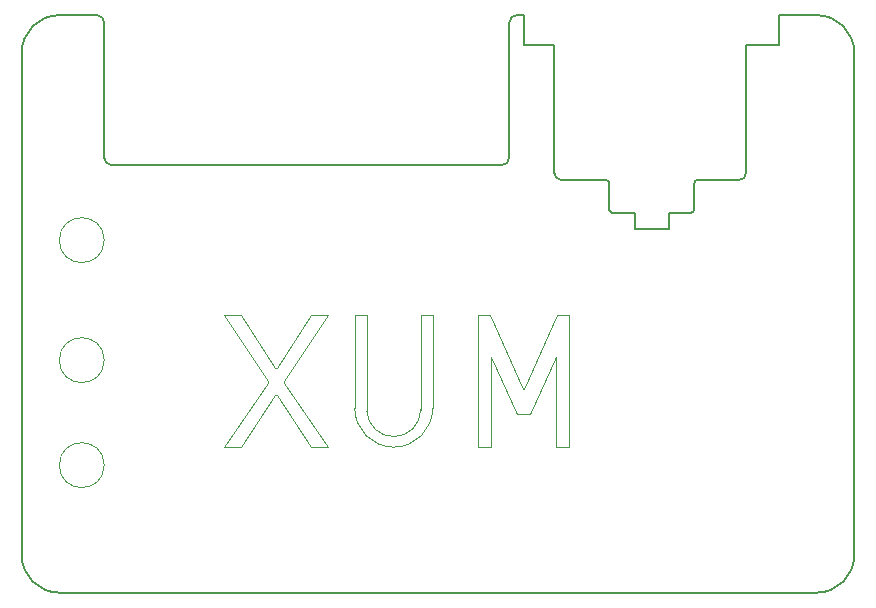
<source format=gm1>
G04 #@! TF.GenerationSoftware,KiCad,Pcbnew,(5.1.8)-1*
G04 #@! TF.CreationDate,2022-01-25T01:20:23+01:00*
G04 #@! TF.ProjectId,C64 XUM1541-II FA2,43363420-5855-44d3-9135-34312d494920,rev?*
G04 #@! TF.SameCoordinates,Original*
G04 #@! TF.FileFunction,Profile,NP*
%FSLAX46Y46*%
G04 Gerber Fmt 4.6, Leading zero omitted, Abs format (unit mm)*
G04 Created by KiCad (PCBNEW (5.1.8)-1) date 2022-01-25 01:20:23*
%MOMM*%
%LPD*%
G01*
G04 APERTURE LIST*
G04 #@! TA.AperFunction,Profile*
%ADD10C,0.050000*%
G04 #@! TD*
G04 #@! TA.AperFunction,Profile*
%ADD11C,0.150000*%
G04 #@! TD*
G04 APERTURE END LIST*
D10*
X133473478Y-88011000D02*
G75*
G02*
X131191000Y-90297000I-2286003J0D01*
G01*
X131191000Y-90297000D02*
G75*
G02*
X128905000Y-88134475I0J2289525D01*
G01*
X133477000Y-80010000D02*
X133604000Y-80010000D01*
X133477000Y-88011000D02*
X133477000Y-80010000D01*
X128905000Y-80010000D02*
X128905000Y-88134475D01*
X127889000Y-87884000D02*
X127889000Y-80010000D01*
X134493000Y-87884000D02*
X134493000Y-80010000D01*
X134493000Y-87884000D02*
G75*
G02*
X131191000Y-91186000I-3302000J0D01*
G01*
X131191000Y-91186000D02*
G75*
G02*
X127889000Y-87884000I0J3302000D01*
G01*
X139446000Y-83566000D02*
X141605000Y-88392000D01*
X139446000Y-91186000D02*
X139446000Y-83566000D01*
X139319000Y-91186000D02*
X139446000Y-91186000D01*
X144907000Y-91186000D02*
X145034000Y-91186000D01*
X144907000Y-83566000D02*
X144907000Y-91186000D01*
X142748000Y-88392000D02*
X144907000Y-83566000D01*
X138303000Y-91186000D02*
X138303000Y-80010000D01*
X146050000Y-91186000D02*
X146050000Y-80010000D01*
X142113000Y-86233000D02*
X139319000Y-80010000D01*
X142240000Y-86233000D02*
X145034000Y-80010000D01*
X142113000Y-86233000D02*
X142240000Y-86233000D01*
X121158000Y-84455000D02*
X118237000Y-80010000D01*
X121285000Y-84455000D02*
X124206000Y-80010000D01*
X121158000Y-84455000D02*
X121285000Y-84455000D01*
X120523000Y-85598000D02*
X116840000Y-80010000D01*
X120523000Y-85725000D02*
X120523000Y-85598000D01*
X120523000Y-85725000D02*
X116840000Y-91186000D01*
X121920000Y-85598000D02*
X125603000Y-80010000D01*
X125603000Y-91186000D02*
X121920000Y-85725000D01*
X121285000Y-86741000D02*
X124206000Y-91186000D01*
X121158000Y-86741000D02*
X121285000Y-86741000D01*
X118237000Y-91186000D02*
X121158000Y-86741000D01*
X121920000Y-85598000D02*
X121920000Y-85725000D01*
X142748000Y-88392000D02*
X141605000Y-88392000D01*
X146050000Y-91186000D02*
X145034000Y-91186000D01*
X138303000Y-91186000D02*
X139319000Y-91186000D01*
X146050000Y-80010000D02*
X145034000Y-80010000D01*
X138303000Y-80010000D02*
X139319000Y-80010000D01*
X133604000Y-80010000D02*
X134493000Y-80010000D01*
X128905000Y-80010000D02*
X127889000Y-80010000D01*
X125603000Y-80010000D02*
X124206000Y-80010000D01*
X118237000Y-80010000D02*
X116840000Y-80010000D01*
X125603000Y-91186000D02*
X124206000Y-91186000D01*
X118237000Y-91186000D02*
X116840000Y-91186000D01*
D11*
X149179000Y-68580000D02*
G75*
G02*
X149433000Y-68834000I0J-254000D01*
G01*
X156637000Y-68834000D02*
G75*
G02*
X156891000Y-68580000I254000J0D01*
G01*
X156637000Y-71074000D02*
G75*
G02*
X156383000Y-71328000I-254000J0D01*
G01*
X149687000Y-71328000D02*
G75*
G02*
X149433000Y-71074000I0J254000D01*
G01*
X151592000Y-71328000D02*
X149687000Y-71328000D01*
X151592000Y-72725000D02*
X151592000Y-71328000D01*
X154478000Y-71328000D02*
X156383000Y-71328000D01*
X154478000Y-72725000D02*
X154478000Y-71328000D01*
X153035000Y-72725000D02*
X154478000Y-72725000D01*
X153035000Y-72725000D02*
X151592000Y-72725000D01*
X149179000Y-68580000D02*
X145415000Y-68580000D01*
X149433000Y-68834000D02*
X149433000Y-71074000D01*
X156637000Y-68834000D02*
X156637000Y-71074000D01*
X161036000Y-67945000D02*
G75*
G02*
X160401000Y-68580000I-635000J0D01*
G01*
X145415000Y-68580000D02*
G75*
G02*
X144780000Y-67945000I0J635000D01*
G01*
X163830000Y-54610000D02*
X167005000Y-54610000D01*
X163830000Y-57150000D02*
X163830000Y-54610000D01*
X161036000Y-57150000D02*
X163830000Y-57150000D01*
X161036000Y-67945000D02*
X161036000Y-57150000D01*
X156891000Y-68580000D02*
X160401000Y-68580000D01*
X144780000Y-57150000D02*
X144780000Y-67945000D01*
X142240000Y-57150000D02*
X144780000Y-57150000D01*
X142240000Y-54610000D02*
X142240000Y-57150000D01*
X141605000Y-54610000D02*
X142240000Y-54610000D01*
X140970000Y-55245000D02*
G75*
G02*
X141605000Y-54610000I635000J0D01*
G01*
X140970000Y-66675000D02*
G75*
G02*
X140335000Y-67310000I-635000J0D01*
G01*
X107315000Y-67310000D02*
G75*
G02*
X106680000Y-66675000I0J635000D01*
G01*
X106045000Y-54610000D02*
G75*
G02*
X106680000Y-55245000I0J-635000D01*
G01*
X140970000Y-66675000D02*
X140970000Y-55245000D01*
X107315000Y-67310000D02*
X140335000Y-67310000D01*
X106680000Y-55245000D02*
X106680000Y-66675000D01*
D10*
X106675000Y-73660000D02*
G75*
G03*
X106675000Y-73660000I-1900000J0D01*
G01*
X106675000Y-83820000D02*
G75*
G03*
X106675000Y-83820000I-1900000J0D01*
G01*
X106675000Y-92710000D02*
G75*
G03*
X106675000Y-92710000I-1900000J0D01*
G01*
D11*
X99695000Y-100330000D02*
X99695000Y-57785000D01*
X167005000Y-103505000D02*
X102870000Y-103505000D01*
X170180000Y-100330000D02*
G75*
G02*
X167005000Y-103505000I-3175000J0D01*
G01*
X102870000Y-103505000D02*
G75*
G02*
X99695000Y-100330000I0J3175000D01*
G01*
X99695000Y-57785000D02*
G75*
G02*
X102870000Y-54610000I3175000J0D01*
G01*
X167005000Y-54610000D02*
G75*
G02*
X170180000Y-57785000I0J-3175000D01*
G01*
X170180000Y-72390000D02*
X170180000Y-57785000D01*
X106045000Y-54610000D02*
X102870000Y-54610000D01*
X170180000Y-100330000D02*
X170180000Y-72390000D01*
M02*

</source>
